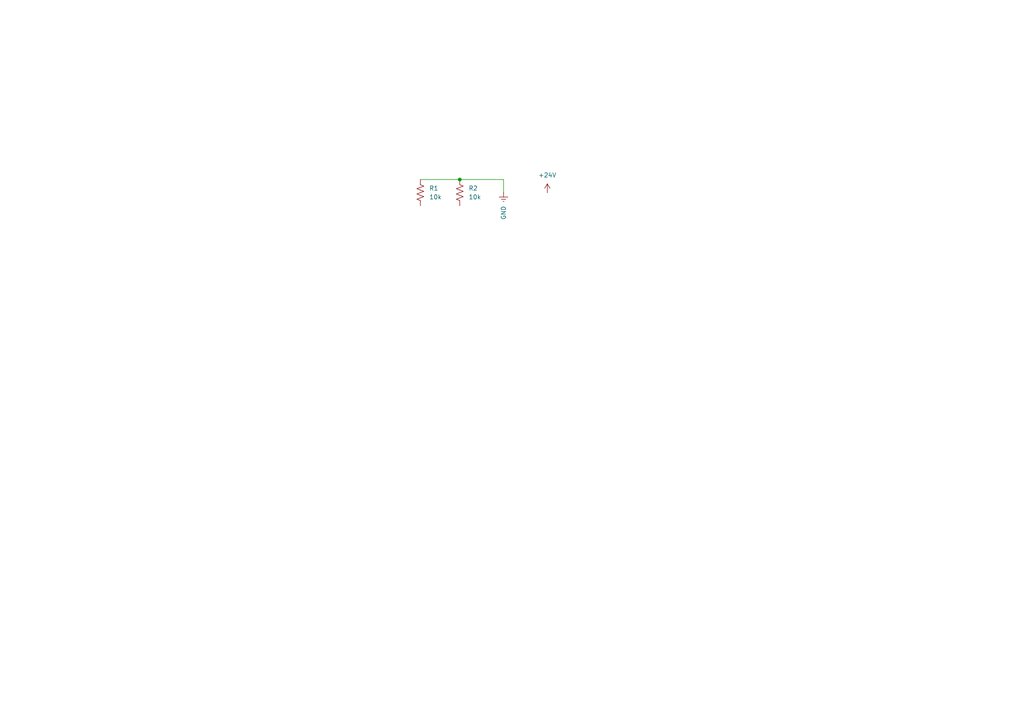
<source format=kicad_sch>
(kicad_sch (version 20231120) (generator "eeschema") (generator_version "8.0")
  (paper "A4")
  (lib_symbols
    (symbol "Device:R_US" (pin_numbers hide) (pin_names (offset 0))
      (property "Reference" "R" (at 2.54 0 90))
      (property "Value" "R_US" (at -2.54 0 90))
      (symbol "R_US_0_1"
        (polyline (pts (xy 0 -2.286) (xy 0 -2.54)))
        (polyline (pts (xy 0 2.286) (xy 0 2.54)))
        (polyline (pts (xy 0 -0.762) (xy 1.016 -1.143) (xy 0 -1.524) (xy -1.016 -1.905) (xy 0 -2.286)))
        (polyline (pts (xy 0 0.762) (xy 1.016 0.381) (xy 0 0) (xy -1.016 -0.381) (xy 0 -0.762)))
        (polyline (pts (xy 0 2.286) (xy 1.016 1.905) (xy 0 1.524) (xy -1.016 1.143) (xy 0 0.762)))
      )
      (symbol "R_US_1_1"
        (pin passive line (at 0 3.81 270) (length 1.27) (name "~") (number "1"))
        (pin passive line (at 0 -3.81 90) (length 1.27) (name "~") (number "2"))
      )
    )
    (symbol "power:+24V" (power) (pin_numbers hide) (pin_names (offset 0) hide)
      (property "Value" "+24V" (at 0 3.556 0))
      (symbol "+24V_0_1"
        (polyline (pts (xy -0.762 1.27) (xy 0 2.54)))
        (polyline (pts (xy 0 0) (xy 0 2.54)))
        (polyline (pts (xy 0 2.54) (xy 0.762 1.27)))
      )
      (symbol "+24V_1_1"
        (pin power_in line (at 0 0 90) (length 0) (name "~") (number "1"))
      )
    )
    (symbol "power:GNDREF" (power) (pin_numbers hide) (pin_names (offset 0) hide)
      (property "Value" "GNDREF" (at 0 -3.81 0))
      (symbol "GNDREF_0_1"
        (polyline (pts (xy -0.635 -1.905) (xy 0.635 -1.905)))
        (polyline (pts (xy -0.127 -2.54) (xy 0.127 -2.54)))
        (polyline (pts (xy 0 -1.27) (xy 0 0)))
        (polyline (pts (xy 1.27 -1.27) (xy -1.27 -1.27)))
      )
      (symbol "GNDREF_1_1"
        (pin power_in line (at 0 0 270) (length 0) (name "~") (number "1"))
      )
    )
  )
  (junction (at 133.35 52.07))
  (wire (pts (xy 146.05 55.88) (xy 146.05 52.07)))
  (wire (pts (xy 121.92 52.07) (xy 133.35 52.07)))
  (wire (pts (xy 133.35 52.07) (xy 146.05 52.07)))
  (symbol (lib_id "power:+24V") (at 158.75 55.88 0) (unit 1)
    (property "Reference" "#PWR02" (effects (hide yes)))
    (property "Value" "+24V" (at 158.75 50.8 0))
    (property "Description" "Power symbol creates a global label with name \"+24V\"" (effects (hide yes)))
  )
  (symbol (lib_id "Device:R_US") (at 133.35 55.88 0) (unit 1)
    (property "Reference" "R2" (at 135.89 54.6099 0) (effects (justify left)))
    (property "Value" "10k" (at 135.89 57.1499 0) (effects (justify left)))
    (property "Description" "Resistor, US symbol" (effects (hide yes)))
  )
  (symbol (lib_id "Device:R_US") (at 121.92 55.88 0) (unit 1)
    (property "Reference" "R1" (at 124.46 54.6099 0) (effects (justify left)))
    (property "Value" "10k" (at 124.46 57.1499 0) (effects (justify left)))
    (property "Description" "Resistor, US symbol" (effects (hide yes)))
  )
  (symbol (lib_id "power:GNDREF") (at 146.05 55.88 0) (unit 1)
    (property "Reference" "#PWR01" (effects (hide yes)))
    (property "Value" "GND" (at 146.0501 59.69 90) (effects (justify right)))
    (property "Description" "Power symbol creates a global label with name \"GNDREF\" , reference supply ground" (effects (hide yes)))
  )
)
</source>
